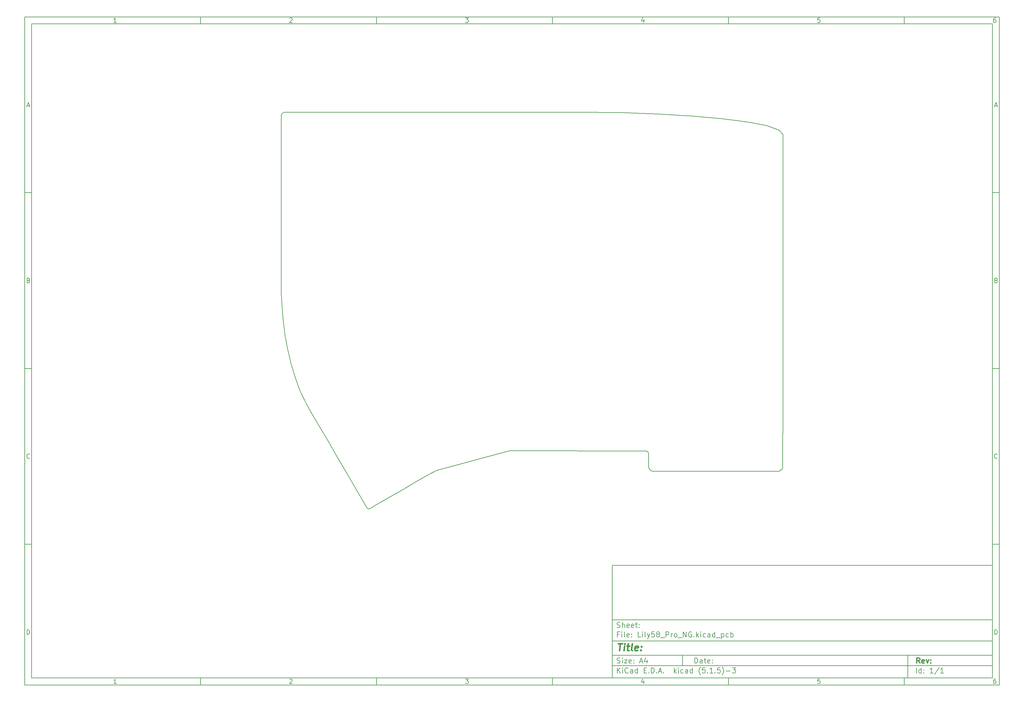
<source format=gm1>
G04 #@! TF.GenerationSoftware,KiCad,Pcbnew,(5.1.5)-3*
G04 #@! TF.CreationDate,2020-05-17T20:16:22+04:00*
G04 #@! TF.ProjectId,Lily58_Pro_NG,4c696c79-3538-45f5-9072-6f5f4e472e6b,rev?*
G04 #@! TF.SameCoordinates,Original*
G04 #@! TF.FileFunction,Profile,NP*
%FSLAX46Y46*%
G04 Gerber Fmt 4.6, Leading zero omitted, Abs format (unit mm)*
G04 Created by KiCad (PCBNEW (5.1.5)-3) date 2020-05-17 20:16:22*
%MOMM*%
%LPD*%
G04 APERTURE LIST*
%ADD10C,0.100000*%
%ADD11C,0.150000*%
%ADD12C,0.300000*%
%ADD13C,0.400000*%
%ADD14C,0.200000*%
G04 APERTURE END LIST*
D10*
D11*
X177002200Y-166007200D02*
X177002200Y-198007200D01*
X285002200Y-198007200D01*
X285002200Y-166007200D01*
X177002200Y-166007200D01*
D10*
D11*
X10000000Y-10000000D02*
X10000000Y-200007200D01*
X287002200Y-200007200D01*
X287002200Y-10000000D01*
X10000000Y-10000000D01*
D10*
D11*
X12000000Y-12000000D02*
X12000000Y-198007200D01*
X285002200Y-198007200D01*
X285002200Y-12000000D01*
X12000000Y-12000000D01*
D10*
D11*
X60000000Y-12000000D02*
X60000000Y-10000000D01*
D10*
D11*
X110000000Y-12000000D02*
X110000000Y-10000000D01*
D10*
D11*
X160000000Y-12000000D02*
X160000000Y-10000000D01*
D10*
D11*
X210000000Y-12000000D02*
X210000000Y-10000000D01*
D10*
D11*
X260000000Y-12000000D02*
X260000000Y-10000000D01*
D10*
D11*
X36065476Y-11588095D02*
X35322619Y-11588095D01*
X35694047Y-11588095D02*
X35694047Y-10288095D01*
X35570238Y-10473809D01*
X35446428Y-10597619D01*
X35322619Y-10659523D01*
D10*
D11*
X85322619Y-10411904D02*
X85384523Y-10350000D01*
X85508333Y-10288095D01*
X85817857Y-10288095D01*
X85941666Y-10350000D01*
X86003571Y-10411904D01*
X86065476Y-10535714D01*
X86065476Y-10659523D01*
X86003571Y-10845238D01*
X85260714Y-11588095D01*
X86065476Y-11588095D01*
D10*
D11*
X135260714Y-10288095D02*
X136065476Y-10288095D01*
X135632142Y-10783333D01*
X135817857Y-10783333D01*
X135941666Y-10845238D01*
X136003571Y-10907142D01*
X136065476Y-11030952D01*
X136065476Y-11340476D01*
X136003571Y-11464285D01*
X135941666Y-11526190D01*
X135817857Y-11588095D01*
X135446428Y-11588095D01*
X135322619Y-11526190D01*
X135260714Y-11464285D01*
D10*
D11*
X185941666Y-10721428D02*
X185941666Y-11588095D01*
X185632142Y-10226190D02*
X185322619Y-11154761D01*
X186127380Y-11154761D01*
D10*
D11*
X236003571Y-10288095D02*
X235384523Y-10288095D01*
X235322619Y-10907142D01*
X235384523Y-10845238D01*
X235508333Y-10783333D01*
X235817857Y-10783333D01*
X235941666Y-10845238D01*
X236003571Y-10907142D01*
X236065476Y-11030952D01*
X236065476Y-11340476D01*
X236003571Y-11464285D01*
X235941666Y-11526190D01*
X235817857Y-11588095D01*
X235508333Y-11588095D01*
X235384523Y-11526190D01*
X235322619Y-11464285D01*
D10*
D11*
X285941666Y-10288095D02*
X285694047Y-10288095D01*
X285570238Y-10350000D01*
X285508333Y-10411904D01*
X285384523Y-10597619D01*
X285322619Y-10845238D01*
X285322619Y-11340476D01*
X285384523Y-11464285D01*
X285446428Y-11526190D01*
X285570238Y-11588095D01*
X285817857Y-11588095D01*
X285941666Y-11526190D01*
X286003571Y-11464285D01*
X286065476Y-11340476D01*
X286065476Y-11030952D01*
X286003571Y-10907142D01*
X285941666Y-10845238D01*
X285817857Y-10783333D01*
X285570238Y-10783333D01*
X285446428Y-10845238D01*
X285384523Y-10907142D01*
X285322619Y-11030952D01*
D10*
D11*
X60000000Y-198007200D02*
X60000000Y-200007200D01*
D10*
D11*
X110000000Y-198007200D02*
X110000000Y-200007200D01*
D10*
D11*
X160000000Y-198007200D02*
X160000000Y-200007200D01*
D10*
D11*
X210000000Y-198007200D02*
X210000000Y-200007200D01*
D10*
D11*
X260000000Y-198007200D02*
X260000000Y-200007200D01*
D10*
D11*
X36065476Y-199595295D02*
X35322619Y-199595295D01*
X35694047Y-199595295D02*
X35694047Y-198295295D01*
X35570238Y-198481009D01*
X35446428Y-198604819D01*
X35322619Y-198666723D01*
D10*
D11*
X85322619Y-198419104D02*
X85384523Y-198357200D01*
X85508333Y-198295295D01*
X85817857Y-198295295D01*
X85941666Y-198357200D01*
X86003571Y-198419104D01*
X86065476Y-198542914D01*
X86065476Y-198666723D01*
X86003571Y-198852438D01*
X85260714Y-199595295D01*
X86065476Y-199595295D01*
D10*
D11*
X135260714Y-198295295D02*
X136065476Y-198295295D01*
X135632142Y-198790533D01*
X135817857Y-198790533D01*
X135941666Y-198852438D01*
X136003571Y-198914342D01*
X136065476Y-199038152D01*
X136065476Y-199347676D01*
X136003571Y-199471485D01*
X135941666Y-199533390D01*
X135817857Y-199595295D01*
X135446428Y-199595295D01*
X135322619Y-199533390D01*
X135260714Y-199471485D01*
D10*
D11*
X185941666Y-198728628D02*
X185941666Y-199595295D01*
X185632142Y-198233390D02*
X185322619Y-199161961D01*
X186127380Y-199161961D01*
D10*
D11*
X236003571Y-198295295D02*
X235384523Y-198295295D01*
X235322619Y-198914342D01*
X235384523Y-198852438D01*
X235508333Y-198790533D01*
X235817857Y-198790533D01*
X235941666Y-198852438D01*
X236003571Y-198914342D01*
X236065476Y-199038152D01*
X236065476Y-199347676D01*
X236003571Y-199471485D01*
X235941666Y-199533390D01*
X235817857Y-199595295D01*
X235508333Y-199595295D01*
X235384523Y-199533390D01*
X235322619Y-199471485D01*
D10*
D11*
X285941666Y-198295295D02*
X285694047Y-198295295D01*
X285570238Y-198357200D01*
X285508333Y-198419104D01*
X285384523Y-198604819D01*
X285322619Y-198852438D01*
X285322619Y-199347676D01*
X285384523Y-199471485D01*
X285446428Y-199533390D01*
X285570238Y-199595295D01*
X285817857Y-199595295D01*
X285941666Y-199533390D01*
X286003571Y-199471485D01*
X286065476Y-199347676D01*
X286065476Y-199038152D01*
X286003571Y-198914342D01*
X285941666Y-198852438D01*
X285817857Y-198790533D01*
X285570238Y-198790533D01*
X285446428Y-198852438D01*
X285384523Y-198914342D01*
X285322619Y-199038152D01*
D10*
D11*
X10000000Y-60000000D02*
X12000000Y-60000000D01*
D10*
D11*
X10000000Y-110000000D02*
X12000000Y-110000000D01*
D10*
D11*
X10000000Y-160000000D02*
X12000000Y-160000000D01*
D10*
D11*
X10690476Y-35216666D02*
X11309523Y-35216666D01*
X10566666Y-35588095D02*
X11000000Y-34288095D01*
X11433333Y-35588095D01*
D10*
D11*
X11092857Y-84907142D02*
X11278571Y-84969047D01*
X11340476Y-85030952D01*
X11402380Y-85154761D01*
X11402380Y-85340476D01*
X11340476Y-85464285D01*
X11278571Y-85526190D01*
X11154761Y-85588095D01*
X10659523Y-85588095D01*
X10659523Y-84288095D01*
X11092857Y-84288095D01*
X11216666Y-84350000D01*
X11278571Y-84411904D01*
X11340476Y-84535714D01*
X11340476Y-84659523D01*
X11278571Y-84783333D01*
X11216666Y-84845238D01*
X11092857Y-84907142D01*
X10659523Y-84907142D01*
D10*
D11*
X11402380Y-135464285D02*
X11340476Y-135526190D01*
X11154761Y-135588095D01*
X11030952Y-135588095D01*
X10845238Y-135526190D01*
X10721428Y-135402380D01*
X10659523Y-135278571D01*
X10597619Y-135030952D01*
X10597619Y-134845238D01*
X10659523Y-134597619D01*
X10721428Y-134473809D01*
X10845238Y-134350000D01*
X11030952Y-134288095D01*
X11154761Y-134288095D01*
X11340476Y-134350000D01*
X11402380Y-134411904D01*
D10*
D11*
X10659523Y-185588095D02*
X10659523Y-184288095D01*
X10969047Y-184288095D01*
X11154761Y-184350000D01*
X11278571Y-184473809D01*
X11340476Y-184597619D01*
X11402380Y-184845238D01*
X11402380Y-185030952D01*
X11340476Y-185278571D01*
X11278571Y-185402380D01*
X11154761Y-185526190D01*
X10969047Y-185588095D01*
X10659523Y-185588095D01*
D10*
D11*
X287002200Y-60000000D02*
X285002200Y-60000000D01*
D10*
D11*
X287002200Y-110000000D02*
X285002200Y-110000000D01*
D10*
D11*
X287002200Y-160000000D02*
X285002200Y-160000000D01*
D10*
D11*
X285692676Y-35216666D02*
X286311723Y-35216666D01*
X285568866Y-35588095D02*
X286002200Y-34288095D01*
X286435533Y-35588095D01*
D10*
D11*
X286095057Y-84907142D02*
X286280771Y-84969047D01*
X286342676Y-85030952D01*
X286404580Y-85154761D01*
X286404580Y-85340476D01*
X286342676Y-85464285D01*
X286280771Y-85526190D01*
X286156961Y-85588095D01*
X285661723Y-85588095D01*
X285661723Y-84288095D01*
X286095057Y-84288095D01*
X286218866Y-84350000D01*
X286280771Y-84411904D01*
X286342676Y-84535714D01*
X286342676Y-84659523D01*
X286280771Y-84783333D01*
X286218866Y-84845238D01*
X286095057Y-84907142D01*
X285661723Y-84907142D01*
D10*
D11*
X286404580Y-135464285D02*
X286342676Y-135526190D01*
X286156961Y-135588095D01*
X286033152Y-135588095D01*
X285847438Y-135526190D01*
X285723628Y-135402380D01*
X285661723Y-135278571D01*
X285599819Y-135030952D01*
X285599819Y-134845238D01*
X285661723Y-134597619D01*
X285723628Y-134473809D01*
X285847438Y-134350000D01*
X286033152Y-134288095D01*
X286156961Y-134288095D01*
X286342676Y-134350000D01*
X286404580Y-134411904D01*
D10*
D11*
X285661723Y-185588095D02*
X285661723Y-184288095D01*
X285971247Y-184288095D01*
X286156961Y-184350000D01*
X286280771Y-184473809D01*
X286342676Y-184597619D01*
X286404580Y-184845238D01*
X286404580Y-185030952D01*
X286342676Y-185278571D01*
X286280771Y-185402380D01*
X286156961Y-185526190D01*
X285971247Y-185588095D01*
X285661723Y-185588095D01*
D10*
D11*
X200434342Y-193785771D02*
X200434342Y-192285771D01*
X200791485Y-192285771D01*
X201005771Y-192357200D01*
X201148628Y-192500057D01*
X201220057Y-192642914D01*
X201291485Y-192928628D01*
X201291485Y-193142914D01*
X201220057Y-193428628D01*
X201148628Y-193571485D01*
X201005771Y-193714342D01*
X200791485Y-193785771D01*
X200434342Y-193785771D01*
X202577200Y-193785771D02*
X202577200Y-193000057D01*
X202505771Y-192857200D01*
X202362914Y-192785771D01*
X202077200Y-192785771D01*
X201934342Y-192857200D01*
X202577200Y-193714342D02*
X202434342Y-193785771D01*
X202077200Y-193785771D01*
X201934342Y-193714342D01*
X201862914Y-193571485D01*
X201862914Y-193428628D01*
X201934342Y-193285771D01*
X202077200Y-193214342D01*
X202434342Y-193214342D01*
X202577200Y-193142914D01*
X203077200Y-192785771D02*
X203648628Y-192785771D01*
X203291485Y-192285771D02*
X203291485Y-193571485D01*
X203362914Y-193714342D01*
X203505771Y-193785771D01*
X203648628Y-193785771D01*
X204720057Y-193714342D02*
X204577200Y-193785771D01*
X204291485Y-193785771D01*
X204148628Y-193714342D01*
X204077200Y-193571485D01*
X204077200Y-193000057D01*
X204148628Y-192857200D01*
X204291485Y-192785771D01*
X204577200Y-192785771D01*
X204720057Y-192857200D01*
X204791485Y-193000057D01*
X204791485Y-193142914D01*
X204077200Y-193285771D01*
X205434342Y-193642914D02*
X205505771Y-193714342D01*
X205434342Y-193785771D01*
X205362914Y-193714342D01*
X205434342Y-193642914D01*
X205434342Y-193785771D01*
X205434342Y-192857200D02*
X205505771Y-192928628D01*
X205434342Y-193000057D01*
X205362914Y-192928628D01*
X205434342Y-192857200D01*
X205434342Y-193000057D01*
D10*
D11*
X177002200Y-194507200D02*
X285002200Y-194507200D01*
D10*
D11*
X178434342Y-196585771D02*
X178434342Y-195085771D01*
X179291485Y-196585771D02*
X178648628Y-195728628D01*
X179291485Y-195085771D02*
X178434342Y-195942914D01*
X179934342Y-196585771D02*
X179934342Y-195585771D01*
X179934342Y-195085771D02*
X179862914Y-195157200D01*
X179934342Y-195228628D01*
X180005771Y-195157200D01*
X179934342Y-195085771D01*
X179934342Y-195228628D01*
X181505771Y-196442914D02*
X181434342Y-196514342D01*
X181220057Y-196585771D01*
X181077200Y-196585771D01*
X180862914Y-196514342D01*
X180720057Y-196371485D01*
X180648628Y-196228628D01*
X180577200Y-195942914D01*
X180577200Y-195728628D01*
X180648628Y-195442914D01*
X180720057Y-195300057D01*
X180862914Y-195157200D01*
X181077200Y-195085771D01*
X181220057Y-195085771D01*
X181434342Y-195157200D01*
X181505771Y-195228628D01*
X182791485Y-196585771D02*
X182791485Y-195800057D01*
X182720057Y-195657200D01*
X182577200Y-195585771D01*
X182291485Y-195585771D01*
X182148628Y-195657200D01*
X182791485Y-196514342D02*
X182648628Y-196585771D01*
X182291485Y-196585771D01*
X182148628Y-196514342D01*
X182077200Y-196371485D01*
X182077200Y-196228628D01*
X182148628Y-196085771D01*
X182291485Y-196014342D01*
X182648628Y-196014342D01*
X182791485Y-195942914D01*
X184148628Y-196585771D02*
X184148628Y-195085771D01*
X184148628Y-196514342D02*
X184005771Y-196585771D01*
X183720057Y-196585771D01*
X183577200Y-196514342D01*
X183505771Y-196442914D01*
X183434342Y-196300057D01*
X183434342Y-195871485D01*
X183505771Y-195728628D01*
X183577200Y-195657200D01*
X183720057Y-195585771D01*
X184005771Y-195585771D01*
X184148628Y-195657200D01*
X186005771Y-195800057D02*
X186505771Y-195800057D01*
X186720057Y-196585771D02*
X186005771Y-196585771D01*
X186005771Y-195085771D01*
X186720057Y-195085771D01*
X187362914Y-196442914D02*
X187434342Y-196514342D01*
X187362914Y-196585771D01*
X187291485Y-196514342D01*
X187362914Y-196442914D01*
X187362914Y-196585771D01*
X188077200Y-196585771D02*
X188077200Y-195085771D01*
X188434342Y-195085771D01*
X188648628Y-195157200D01*
X188791485Y-195300057D01*
X188862914Y-195442914D01*
X188934342Y-195728628D01*
X188934342Y-195942914D01*
X188862914Y-196228628D01*
X188791485Y-196371485D01*
X188648628Y-196514342D01*
X188434342Y-196585771D01*
X188077200Y-196585771D01*
X189577200Y-196442914D02*
X189648628Y-196514342D01*
X189577200Y-196585771D01*
X189505771Y-196514342D01*
X189577200Y-196442914D01*
X189577200Y-196585771D01*
X190220057Y-196157200D02*
X190934342Y-196157200D01*
X190077200Y-196585771D02*
X190577200Y-195085771D01*
X191077200Y-196585771D01*
X191577200Y-196442914D02*
X191648628Y-196514342D01*
X191577200Y-196585771D01*
X191505771Y-196514342D01*
X191577200Y-196442914D01*
X191577200Y-196585771D01*
X194577200Y-196585771D02*
X194577200Y-195085771D01*
X194720057Y-196014342D02*
X195148628Y-196585771D01*
X195148628Y-195585771D02*
X194577200Y-196157200D01*
X195791485Y-196585771D02*
X195791485Y-195585771D01*
X195791485Y-195085771D02*
X195720057Y-195157200D01*
X195791485Y-195228628D01*
X195862914Y-195157200D01*
X195791485Y-195085771D01*
X195791485Y-195228628D01*
X197148628Y-196514342D02*
X197005771Y-196585771D01*
X196720057Y-196585771D01*
X196577200Y-196514342D01*
X196505771Y-196442914D01*
X196434342Y-196300057D01*
X196434342Y-195871485D01*
X196505771Y-195728628D01*
X196577200Y-195657200D01*
X196720057Y-195585771D01*
X197005771Y-195585771D01*
X197148628Y-195657200D01*
X198434342Y-196585771D02*
X198434342Y-195800057D01*
X198362914Y-195657200D01*
X198220057Y-195585771D01*
X197934342Y-195585771D01*
X197791485Y-195657200D01*
X198434342Y-196514342D02*
X198291485Y-196585771D01*
X197934342Y-196585771D01*
X197791485Y-196514342D01*
X197720057Y-196371485D01*
X197720057Y-196228628D01*
X197791485Y-196085771D01*
X197934342Y-196014342D01*
X198291485Y-196014342D01*
X198434342Y-195942914D01*
X199791485Y-196585771D02*
X199791485Y-195085771D01*
X199791485Y-196514342D02*
X199648628Y-196585771D01*
X199362914Y-196585771D01*
X199220057Y-196514342D01*
X199148628Y-196442914D01*
X199077200Y-196300057D01*
X199077200Y-195871485D01*
X199148628Y-195728628D01*
X199220057Y-195657200D01*
X199362914Y-195585771D01*
X199648628Y-195585771D01*
X199791485Y-195657200D01*
X202077200Y-197157200D02*
X202005771Y-197085771D01*
X201862914Y-196871485D01*
X201791485Y-196728628D01*
X201720057Y-196514342D01*
X201648628Y-196157200D01*
X201648628Y-195871485D01*
X201720057Y-195514342D01*
X201791485Y-195300057D01*
X201862914Y-195157200D01*
X202005771Y-194942914D01*
X202077200Y-194871485D01*
X203362914Y-195085771D02*
X202648628Y-195085771D01*
X202577200Y-195800057D01*
X202648628Y-195728628D01*
X202791485Y-195657200D01*
X203148628Y-195657200D01*
X203291485Y-195728628D01*
X203362914Y-195800057D01*
X203434342Y-195942914D01*
X203434342Y-196300057D01*
X203362914Y-196442914D01*
X203291485Y-196514342D01*
X203148628Y-196585771D01*
X202791485Y-196585771D01*
X202648628Y-196514342D01*
X202577200Y-196442914D01*
X204077200Y-196442914D02*
X204148628Y-196514342D01*
X204077200Y-196585771D01*
X204005771Y-196514342D01*
X204077200Y-196442914D01*
X204077200Y-196585771D01*
X205577200Y-196585771D02*
X204720057Y-196585771D01*
X205148628Y-196585771D02*
X205148628Y-195085771D01*
X205005771Y-195300057D01*
X204862914Y-195442914D01*
X204720057Y-195514342D01*
X206220057Y-196442914D02*
X206291485Y-196514342D01*
X206220057Y-196585771D01*
X206148628Y-196514342D01*
X206220057Y-196442914D01*
X206220057Y-196585771D01*
X207648628Y-195085771D02*
X206934342Y-195085771D01*
X206862914Y-195800057D01*
X206934342Y-195728628D01*
X207077200Y-195657200D01*
X207434342Y-195657200D01*
X207577200Y-195728628D01*
X207648628Y-195800057D01*
X207720057Y-195942914D01*
X207720057Y-196300057D01*
X207648628Y-196442914D01*
X207577200Y-196514342D01*
X207434342Y-196585771D01*
X207077200Y-196585771D01*
X206934342Y-196514342D01*
X206862914Y-196442914D01*
X208220057Y-197157200D02*
X208291485Y-197085771D01*
X208434342Y-196871485D01*
X208505771Y-196728628D01*
X208577200Y-196514342D01*
X208648628Y-196157200D01*
X208648628Y-195871485D01*
X208577200Y-195514342D01*
X208505771Y-195300057D01*
X208434342Y-195157200D01*
X208291485Y-194942914D01*
X208220057Y-194871485D01*
X209362914Y-196014342D02*
X210505771Y-196014342D01*
X211077200Y-195085771D02*
X212005771Y-195085771D01*
X211505771Y-195657200D01*
X211720057Y-195657200D01*
X211862914Y-195728628D01*
X211934342Y-195800057D01*
X212005771Y-195942914D01*
X212005771Y-196300057D01*
X211934342Y-196442914D01*
X211862914Y-196514342D01*
X211720057Y-196585771D01*
X211291485Y-196585771D01*
X211148628Y-196514342D01*
X211077200Y-196442914D01*
D10*
D11*
X177002200Y-191507200D02*
X285002200Y-191507200D01*
D10*
D12*
X264411485Y-193785771D02*
X263911485Y-193071485D01*
X263554342Y-193785771D02*
X263554342Y-192285771D01*
X264125771Y-192285771D01*
X264268628Y-192357200D01*
X264340057Y-192428628D01*
X264411485Y-192571485D01*
X264411485Y-192785771D01*
X264340057Y-192928628D01*
X264268628Y-193000057D01*
X264125771Y-193071485D01*
X263554342Y-193071485D01*
X265625771Y-193714342D02*
X265482914Y-193785771D01*
X265197200Y-193785771D01*
X265054342Y-193714342D01*
X264982914Y-193571485D01*
X264982914Y-193000057D01*
X265054342Y-192857200D01*
X265197200Y-192785771D01*
X265482914Y-192785771D01*
X265625771Y-192857200D01*
X265697200Y-193000057D01*
X265697200Y-193142914D01*
X264982914Y-193285771D01*
X266197200Y-192785771D02*
X266554342Y-193785771D01*
X266911485Y-192785771D01*
X267482914Y-193642914D02*
X267554342Y-193714342D01*
X267482914Y-193785771D01*
X267411485Y-193714342D01*
X267482914Y-193642914D01*
X267482914Y-193785771D01*
X267482914Y-192857200D02*
X267554342Y-192928628D01*
X267482914Y-193000057D01*
X267411485Y-192928628D01*
X267482914Y-192857200D01*
X267482914Y-193000057D01*
D10*
D11*
X178362914Y-193714342D02*
X178577200Y-193785771D01*
X178934342Y-193785771D01*
X179077200Y-193714342D01*
X179148628Y-193642914D01*
X179220057Y-193500057D01*
X179220057Y-193357200D01*
X179148628Y-193214342D01*
X179077200Y-193142914D01*
X178934342Y-193071485D01*
X178648628Y-193000057D01*
X178505771Y-192928628D01*
X178434342Y-192857200D01*
X178362914Y-192714342D01*
X178362914Y-192571485D01*
X178434342Y-192428628D01*
X178505771Y-192357200D01*
X178648628Y-192285771D01*
X179005771Y-192285771D01*
X179220057Y-192357200D01*
X179862914Y-193785771D02*
X179862914Y-192785771D01*
X179862914Y-192285771D02*
X179791485Y-192357200D01*
X179862914Y-192428628D01*
X179934342Y-192357200D01*
X179862914Y-192285771D01*
X179862914Y-192428628D01*
X180434342Y-192785771D02*
X181220057Y-192785771D01*
X180434342Y-193785771D01*
X181220057Y-193785771D01*
X182362914Y-193714342D02*
X182220057Y-193785771D01*
X181934342Y-193785771D01*
X181791485Y-193714342D01*
X181720057Y-193571485D01*
X181720057Y-193000057D01*
X181791485Y-192857200D01*
X181934342Y-192785771D01*
X182220057Y-192785771D01*
X182362914Y-192857200D01*
X182434342Y-193000057D01*
X182434342Y-193142914D01*
X181720057Y-193285771D01*
X183077200Y-193642914D02*
X183148628Y-193714342D01*
X183077200Y-193785771D01*
X183005771Y-193714342D01*
X183077200Y-193642914D01*
X183077200Y-193785771D01*
X183077200Y-192857200D02*
X183148628Y-192928628D01*
X183077200Y-193000057D01*
X183005771Y-192928628D01*
X183077200Y-192857200D01*
X183077200Y-193000057D01*
X184862914Y-193357200D02*
X185577200Y-193357200D01*
X184720057Y-193785771D02*
X185220057Y-192285771D01*
X185720057Y-193785771D01*
X186862914Y-192785771D02*
X186862914Y-193785771D01*
X186505771Y-192214342D02*
X186148628Y-193285771D01*
X187077200Y-193285771D01*
D10*
D11*
X263434342Y-196585771D02*
X263434342Y-195085771D01*
X264791485Y-196585771D02*
X264791485Y-195085771D01*
X264791485Y-196514342D02*
X264648628Y-196585771D01*
X264362914Y-196585771D01*
X264220057Y-196514342D01*
X264148628Y-196442914D01*
X264077200Y-196300057D01*
X264077200Y-195871485D01*
X264148628Y-195728628D01*
X264220057Y-195657200D01*
X264362914Y-195585771D01*
X264648628Y-195585771D01*
X264791485Y-195657200D01*
X265505771Y-196442914D02*
X265577200Y-196514342D01*
X265505771Y-196585771D01*
X265434342Y-196514342D01*
X265505771Y-196442914D01*
X265505771Y-196585771D01*
X265505771Y-195657200D02*
X265577200Y-195728628D01*
X265505771Y-195800057D01*
X265434342Y-195728628D01*
X265505771Y-195657200D01*
X265505771Y-195800057D01*
X268148628Y-196585771D02*
X267291485Y-196585771D01*
X267720057Y-196585771D02*
X267720057Y-195085771D01*
X267577200Y-195300057D01*
X267434342Y-195442914D01*
X267291485Y-195514342D01*
X269862914Y-195014342D02*
X268577200Y-196942914D01*
X271148628Y-196585771D02*
X270291485Y-196585771D01*
X270720057Y-196585771D02*
X270720057Y-195085771D01*
X270577200Y-195300057D01*
X270434342Y-195442914D01*
X270291485Y-195514342D01*
D10*
D11*
X177002200Y-187507200D02*
X285002200Y-187507200D01*
D10*
D13*
X178714580Y-188211961D02*
X179857438Y-188211961D01*
X179036009Y-190211961D02*
X179286009Y-188211961D01*
X180274104Y-190211961D02*
X180440771Y-188878628D01*
X180524104Y-188211961D02*
X180416961Y-188307200D01*
X180500295Y-188402438D01*
X180607438Y-188307200D01*
X180524104Y-188211961D01*
X180500295Y-188402438D01*
X181107438Y-188878628D02*
X181869342Y-188878628D01*
X181476485Y-188211961D02*
X181262200Y-189926247D01*
X181333628Y-190116723D01*
X181512200Y-190211961D01*
X181702676Y-190211961D01*
X182655057Y-190211961D02*
X182476485Y-190116723D01*
X182405057Y-189926247D01*
X182619342Y-188211961D01*
X184190771Y-190116723D02*
X183988390Y-190211961D01*
X183607438Y-190211961D01*
X183428866Y-190116723D01*
X183357438Y-189926247D01*
X183452676Y-189164342D01*
X183571723Y-188973866D01*
X183774104Y-188878628D01*
X184155057Y-188878628D01*
X184333628Y-188973866D01*
X184405057Y-189164342D01*
X184381247Y-189354819D01*
X183405057Y-189545295D01*
X185155057Y-190021485D02*
X185238390Y-190116723D01*
X185131247Y-190211961D01*
X185047914Y-190116723D01*
X185155057Y-190021485D01*
X185131247Y-190211961D01*
X185286009Y-188973866D02*
X185369342Y-189069104D01*
X185262200Y-189164342D01*
X185178866Y-189069104D01*
X185286009Y-188973866D01*
X185262200Y-189164342D01*
D10*
D11*
X178934342Y-185600057D02*
X178434342Y-185600057D01*
X178434342Y-186385771D02*
X178434342Y-184885771D01*
X179148628Y-184885771D01*
X179720057Y-186385771D02*
X179720057Y-185385771D01*
X179720057Y-184885771D02*
X179648628Y-184957200D01*
X179720057Y-185028628D01*
X179791485Y-184957200D01*
X179720057Y-184885771D01*
X179720057Y-185028628D01*
X180648628Y-186385771D02*
X180505771Y-186314342D01*
X180434342Y-186171485D01*
X180434342Y-184885771D01*
X181791485Y-186314342D02*
X181648628Y-186385771D01*
X181362914Y-186385771D01*
X181220057Y-186314342D01*
X181148628Y-186171485D01*
X181148628Y-185600057D01*
X181220057Y-185457200D01*
X181362914Y-185385771D01*
X181648628Y-185385771D01*
X181791485Y-185457200D01*
X181862914Y-185600057D01*
X181862914Y-185742914D01*
X181148628Y-185885771D01*
X182505771Y-186242914D02*
X182577200Y-186314342D01*
X182505771Y-186385771D01*
X182434342Y-186314342D01*
X182505771Y-186242914D01*
X182505771Y-186385771D01*
X182505771Y-185457200D02*
X182577200Y-185528628D01*
X182505771Y-185600057D01*
X182434342Y-185528628D01*
X182505771Y-185457200D01*
X182505771Y-185600057D01*
X185077200Y-186385771D02*
X184362914Y-186385771D01*
X184362914Y-184885771D01*
X185577200Y-186385771D02*
X185577200Y-185385771D01*
X185577200Y-184885771D02*
X185505771Y-184957200D01*
X185577200Y-185028628D01*
X185648628Y-184957200D01*
X185577200Y-184885771D01*
X185577200Y-185028628D01*
X186505771Y-186385771D02*
X186362914Y-186314342D01*
X186291485Y-186171485D01*
X186291485Y-184885771D01*
X186934342Y-185385771D02*
X187291485Y-186385771D01*
X187648628Y-185385771D02*
X187291485Y-186385771D01*
X187148628Y-186742914D01*
X187077200Y-186814342D01*
X186934342Y-186885771D01*
X188934342Y-184885771D02*
X188220057Y-184885771D01*
X188148628Y-185600057D01*
X188220057Y-185528628D01*
X188362914Y-185457200D01*
X188720057Y-185457200D01*
X188862914Y-185528628D01*
X188934342Y-185600057D01*
X189005771Y-185742914D01*
X189005771Y-186100057D01*
X188934342Y-186242914D01*
X188862914Y-186314342D01*
X188720057Y-186385771D01*
X188362914Y-186385771D01*
X188220057Y-186314342D01*
X188148628Y-186242914D01*
X189862914Y-185528628D02*
X189720057Y-185457200D01*
X189648628Y-185385771D01*
X189577200Y-185242914D01*
X189577200Y-185171485D01*
X189648628Y-185028628D01*
X189720057Y-184957200D01*
X189862914Y-184885771D01*
X190148628Y-184885771D01*
X190291485Y-184957200D01*
X190362914Y-185028628D01*
X190434342Y-185171485D01*
X190434342Y-185242914D01*
X190362914Y-185385771D01*
X190291485Y-185457200D01*
X190148628Y-185528628D01*
X189862914Y-185528628D01*
X189720057Y-185600057D01*
X189648628Y-185671485D01*
X189577200Y-185814342D01*
X189577200Y-186100057D01*
X189648628Y-186242914D01*
X189720057Y-186314342D01*
X189862914Y-186385771D01*
X190148628Y-186385771D01*
X190291485Y-186314342D01*
X190362914Y-186242914D01*
X190434342Y-186100057D01*
X190434342Y-185814342D01*
X190362914Y-185671485D01*
X190291485Y-185600057D01*
X190148628Y-185528628D01*
X190720057Y-186528628D02*
X191862914Y-186528628D01*
X192220057Y-186385771D02*
X192220057Y-184885771D01*
X192791485Y-184885771D01*
X192934342Y-184957200D01*
X193005771Y-185028628D01*
X193077200Y-185171485D01*
X193077200Y-185385771D01*
X193005771Y-185528628D01*
X192934342Y-185600057D01*
X192791485Y-185671485D01*
X192220057Y-185671485D01*
X193720057Y-186385771D02*
X193720057Y-185385771D01*
X193720057Y-185671485D02*
X193791485Y-185528628D01*
X193862914Y-185457200D01*
X194005771Y-185385771D01*
X194148628Y-185385771D01*
X194862914Y-186385771D02*
X194720057Y-186314342D01*
X194648628Y-186242914D01*
X194577200Y-186100057D01*
X194577200Y-185671485D01*
X194648628Y-185528628D01*
X194720057Y-185457200D01*
X194862914Y-185385771D01*
X195077200Y-185385771D01*
X195220057Y-185457200D01*
X195291485Y-185528628D01*
X195362914Y-185671485D01*
X195362914Y-186100057D01*
X195291485Y-186242914D01*
X195220057Y-186314342D01*
X195077200Y-186385771D01*
X194862914Y-186385771D01*
X195648628Y-186528628D02*
X196791485Y-186528628D01*
X197148628Y-186385771D02*
X197148628Y-184885771D01*
X198005771Y-186385771D01*
X198005771Y-184885771D01*
X199505771Y-184957200D02*
X199362914Y-184885771D01*
X199148628Y-184885771D01*
X198934342Y-184957200D01*
X198791485Y-185100057D01*
X198720057Y-185242914D01*
X198648628Y-185528628D01*
X198648628Y-185742914D01*
X198720057Y-186028628D01*
X198791485Y-186171485D01*
X198934342Y-186314342D01*
X199148628Y-186385771D01*
X199291485Y-186385771D01*
X199505771Y-186314342D01*
X199577200Y-186242914D01*
X199577200Y-185742914D01*
X199291485Y-185742914D01*
X200220057Y-186242914D02*
X200291485Y-186314342D01*
X200220057Y-186385771D01*
X200148628Y-186314342D01*
X200220057Y-186242914D01*
X200220057Y-186385771D01*
X200934342Y-186385771D02*
X200934342Y-184885771D01*
X201077200Y-185814342D02*
X201505771Y-186385771D01*
X201505771Y-185385771D02*
X200934342Y-185957200D01*
X202148628Y-186385771D02*
X202148628Y-185385771D01*
X202148628Y-184885771D02*
X202077200Y-184957200D01*
X202148628Y-185028628D01*
X202220057Y-184957200D01*
X202148628Y-184885771D01*
X202148628Y-185028628D01*
X203505771Y-186314342D02*
X203362914Y-186385771D01*
X203077200Y-186385771D01*
X202934342Y-186314342D01*
X202862914Y-186242914D01*
X202791485Y-186100057D01*
X202791485Y-185671485D01*
X202862914Y-185528628D01*
X202934342Y-185457200D01*
X203077200Y-185385771D01*
X203362914Y-185385771D01*
X203505771Y-185457200D01*
X204791485Y-186385771D02*
X204791485Y-185600057D01*
X204720057Y-185457200D01*
X204577200Y-185385771D01*
X204291485Y-185385771D01*
X204148628Y-185457200D01*
X204791485Y-186314342D02*
X204648628Y-186385771D01*
X204291485Y-186385771D01*
X204148628Y-186314342D01*
X204077200Y-186171485D01*
X204077200Y-186028628D01*
X204148628Y-185885771D01*
X204291485Y-185814342D01*
X204648628Y-185814342D01*
X204791485Y-185742914D01*
X206148628Y-186385771D02*
X206148628Y-184885771D01*
X206148628Y-186314342D02*
X206005771Y-186385771D01*
X205720057Y-186385771D01*
X205577200Y-186314342D01*
X205505771Y-186242914D01*
X205434342Y-186100057D01*
X205434342Y-185671485D01*
X205505771Y-185528628D01*
X205577200Y-185457200D01*
X205720057Y-185385771D01*
X206005771Y-185385771D01*
X206148628Y-185457200D01*
X206505771Y-186528628D02*
X207648628Y-186528628D01*
X208005771Y-185385771D02*
X208005771Y-186885771D01*
X208005771Y-185457200D02*
X208148628Y-185385771D01*
X208434342Y-185385771D01*
X208577200Y-185457200D01*
X208648628Y-185528628D01*
X208720057Y-185671485D01*
X208720057Y-186100057D01*
X208648628Y-186242914D01*
X208577200Y-186314342D01*
X208434342Y-186385771D01*
X208148628Y-186385771D01*
X208005771Y-186314342D01*
X210005771Y-186314342D02*
X209862914Y-186385771D01*
X209577200Y-186385771D01*
X209434342Y-186314342D01*
X209362914Y-186242914D01*
X209291485Y-186100057D01*
X209291485Y-185671485D01*
X209362914Y-185528628D01*
X209434342Y-185457200D01*
X209577200Y-185385771D01*
X209862914Y-185385771D01*
X210005771Y-185457200D01*
X210648628Y-186385771D02*
X210648628Y-184885771D01*
X210648628Y-185457200D02*
X210791485Y-185385771D01*
X211077200Y-185385771D01*
X211220057Y-185457200D01*
X211291485Y-185528628D01*
X211362914Y-185671485D01*
X211362914Y-186100057D01*
X211291485Y-186242914D01*
X211220057Y-186314342D01*
X211077200Y-186385771D01*
X210791485Y-186385771D01*
X210648628Y-186314342D01*
D10*
D11*
X177002200Y-181507200D02*
X285002200Y-181507200D01*
D10*
D11*
X178362914Y-183614342D02*
X178577200Y-183685771D01*
X178934342Y-183685771D01*
X179077200Y-183614342D01*
X179148628Y-183542914D01*
X179220057Y-183400057D01*
X179220057Y-183257200D01*
X179148628Y-183114342D01*
X179077200Y-183042914D01*
X178934342Y-182971485D01*
X178648628Y-182900057D01*
X178505771Y-182828628D01*
X178434342Y-182757200D01*
X178362914Y-182614342D01*
X178362914Y-182471485D01*
X178434342Y-182328628D01*
X178505771Y-182257200D01*
X178648628Y-182185771D01*
X179005771Y-182185771D01*
X179220057Y-182257200D01*
X179862914Y-183685771D02*
X179862914Y-182185771D01*
X180505771Y-183685771D02*
X180505771Y-182900057D01*
X180434342Y-182757200D01*
X180291485Y-182685771D01*
X180077200Y-182685771D01*
X179934342Y-182757200D01*
X179862914Y-182828628D01*
X181791485Y-183614342D02*
X181648628Y-183685771D01*
X181362914Y-183685771D01*
X181220057Y-183614342D01*
X181148628Y-183471485D01*
X181148628Y-182900057D01*
X181220057Y-182757200D01*
X181362914Y-182685771D01*
X181648628Y-182685771D01*
X181791485Y-182757200D01*
X181862914Y-182900057D01*
X181862914Y-183042914D01*
X181148628Y-183185771D01*
X183077200Y-183614342D02*
X182934342Y-183685771D01*
X182648628Y-183685771D01*
X182505771Y-183614342D01*
X182434342Y-183471485D01*
X182434342Y-182900057D01*
X182505771Y-182757200D01*
X182648628Y-182685771D01*
X182934342Y-182685771D01*
X183077200Y-182757200D01*
X183148628Y-182900057D01*
X183148628Y-183042914D01*
X182434342Y-183185771D01*
X183577200Y-182685771D02*
X184148628Y-182685771D01*
X183791485Y-182185771D02*
X183791485Y-183471485D01*
X183862914Y-183614342D01*
X184005771Y-183685771D01*
X184148628Y-183685771D01*
X184648628Y-183542914D02*
X184720057Y-183614342D01*
X184648628Y-183685771D01*
X184577200Y-183614342D01*
X184648628Y-183542914D01*
X184648628Y-183685771D01*
X184648628Y-182757200D02*
X184720057Y-182828628D01*
X184648628Y-182900057D01*
X184577200Y-182828628D01*
X184648628Y-182757200D01*
X184648628Y-182900057D01*
D10*
D11*
X197002200Y-191507200D02*
X197002200Y-194507200D01*
D10*
D11*
X261002200Y-191507200D02*
X261002200Y-198007200D01*
D14*
X187714087Y-138785913D02*
X187530998Y-138563960D01*
X188472504Y-139194553D02*
X188190848Y-139107217D01*
X187530998Y-138563960D02*
X187392782Y-138309152D01*
X188190848Y-139107217D02*
X187936039Y-138969001D01*
X187392782Y-138309152D02*
X187305447Y-138027496D01*
X188750000Y-139200000D02*
X188472504Y-139194553D01*
X187936039Y-138969001D02*
X187714087Y-138785913D01*
X186658574Y-133452455D02*
G75*
G02X187300000Y-134150000I-58574J-697545D01*
G01*
X124667888Y-140255128D02*
X127100000Y-138950000D01*
X120963416Y-142391346D02*
X124667888Y-140255128D01*
X117258944Y-144527564D02*
X120963416Y-142391346D01*
X113554472Y-146663782D02*
X117258944Y-144527564D01*
X225459999Y-119289735D02*
X225450000Y-137750000D01*
X204850000Y-139200000D02*
X224277496Y-139194553D01*
X225357217Y-138309152D02*
X225219001Y-138563961D01*
X224559152Y-139107218D02*
X224277496Y-139194553D01*
X224813960Y-138969002D02*
X224559152Y-139107218D01*
X225035913Y-138785913D02*
X224813960Y-138969002D01*
X225444553Y-138027496D02*
X225357217Y-138309152D01*
X225219001Y-138563961D02*
X225035913Y-138785913D01*
X225450000Y-137750000D02*
X225444553Y-138027496D01*
X127100000Y-138950000D02*
X147900000Y-133400000D01*
X187300000Y-134150000D02*
X187305447Y-138027496D01*
X147900000Y-133400000D02*
X186658574Y-133452455D01*
X109882452Y-148801617D02*
X113554472Y-146663782D01*
X188750000Y-139200000D02*
X204850000Y-139200000D01*
X82937528Y-50750629D02*
X82937528Y-44443695D01*
X82937528Y-57057562D02*
X82937528Y-50750629D01*
X115211711Y-37086762D02*
X104803877Y-37086762D01*
X199807654Y-38170488D02*
X189919538Y-37585374D01*
X208420758Y-38945561D02*
X199807654Y-38170488D01*
X215525697Y-39885159D02*
X208420758Y-38945561D01*
X220889319Y-40963847D02*
X215525697Y-39885159D01*
X178989563Y-37215654D02*
X167250881Y-37086762D01*
X189919538Y-37585374D02*
X178989563Y-37215654D01*
X225460000Y-52918378D02*
X225460000Y-62400000D01*
X225460000Y-43436755D02*
X225460000Y-52918378D01*
X82937528Y-69671429D02*
X82937528Y-63364495D01*
X82937528Y-75978362D02*
X82937528Y-69671429D01*
X82937528Y-82285296D02*
X82937528Y-75978362D01*
X82937528Y-88592229D02*
X82937528Y-82285296D01*
X104803877Y-37086762D02*
X94396044Y-37086762D01*
X125619545Y-37086762D02*
X115211711Y-37086762D01*
X136027379Y-37086762D02*
X125619545Y-37086762D01*
X146435213Y-37086762D02*
X136027379Y-37086762D01*
X156843047Y-37086762D02*
X146435213Y-37086762D01*
X167250881Y-37086762D02*
X156843047Y-37086762D01*
X83400937Y-37265961D02*
X83579303Y-37169210D01*
X83245570Y-37394123D02*
X83400937Y-37265961D01*
X83117409Y-37549489D02*
X83245570Y-37394123D01*
X83020657Y-37727855D02*
X83117409Y-37549489D01*
X82959523Y-37925015D02*
X83020657Y-37727855D01*
X82938210Y-38136762D02*
X82959523Y-37925015D01*
X83776462Y-37108075D02*
X83988210Y-37086762D01*
X83579303Y-37169210D02*
X83776462Y-37108075D01*
X94396044Y-37086762D02*
X83988210Y-37086762D01*
X82937528Y-63364495D02*
X82937528Y-57057562D01*
X82937528Y-44443695D02*
X82937528Y-38136762D01*
X88291758Y-116318073D02*
X89993333Y-119989540D01*
X86863105Y-112530670D02*
X88291758Y-116318073D01*
X85688004Y-108649127D02*
X86863105Y-112530670D01*
X84747083Y-104695246D02*
X85688004Y-108649127D01*
X84020972Y-100690825D02*
X84747083Y-104695246D01*
X83490297Y-96657663D02*
X84020972Y-100690825D01*
X83135690Y-92617561D02*
X83490297Y-96657663D01*
X82937777Y-88592317D02*
X83135690Y-92617561D01*
X108038864Y-149857278D02*
X108206758Y-149771756D01*
X107880206Y-149904468D02*
X108038864Y-149857278D01*
X107731252Y-149913974D02*
X107880206Y-149904468D01*
X107592470Y-149886445D02*
X107731252Y-149913974D01*
X107464328Y-149822532D02*
X107592470Y-149886445D01*
X107347295Y-149722884D02*
X107464328Y-149822532D01*
X107241837Y-149588150D02*
X107347295Y-149722884D01*
X107148425Y-149418979D02*
X107241837Y-149588150D01*
X108206758Y-149771756D02*
X109882452Y-148801617D01*
X101722730Y-140052659D02*
X107148425Y-149418979D01*
X100047036Y-137186340D02*
X101722730Y-140052659D01*
X98371341Y-134320020D02*
X100047036Y-137186340D01*
X96695647Y-131453701D02*
X98371341Y-134320020D01*
X95019952Y-128587381D02*
X96695647Y-131453701D01*
X93344258Y-125721062D02*
X95019952Y-128587381D01*
X91668563Y-122854742D02*
X93344258Y-125721062D01*
X89992869Y-119988423D02*
X91668563Y-122854742D01*
X224278471Y-42156190D02*
X220889319Y-40963847D01*
X225460000Y-43436755D02*
X224278471Y-42156190D01*
X225460000Y-109808112D02*
X225460000Y-119289735D01*
X225460000Y-100326490D02*
X225460000Y-109808112D01*
X225460000Y-90844867D02*
X225460000Y-100326490D01*
X225460000Y-81363245D02*
X225460000Y-90844867D01*
X225460000Y-71881623D02*
X225460000Y-81363245D01*
X225460000Y-62400000D02*
X225460000Y-71881623D01*
M02*

</source>
